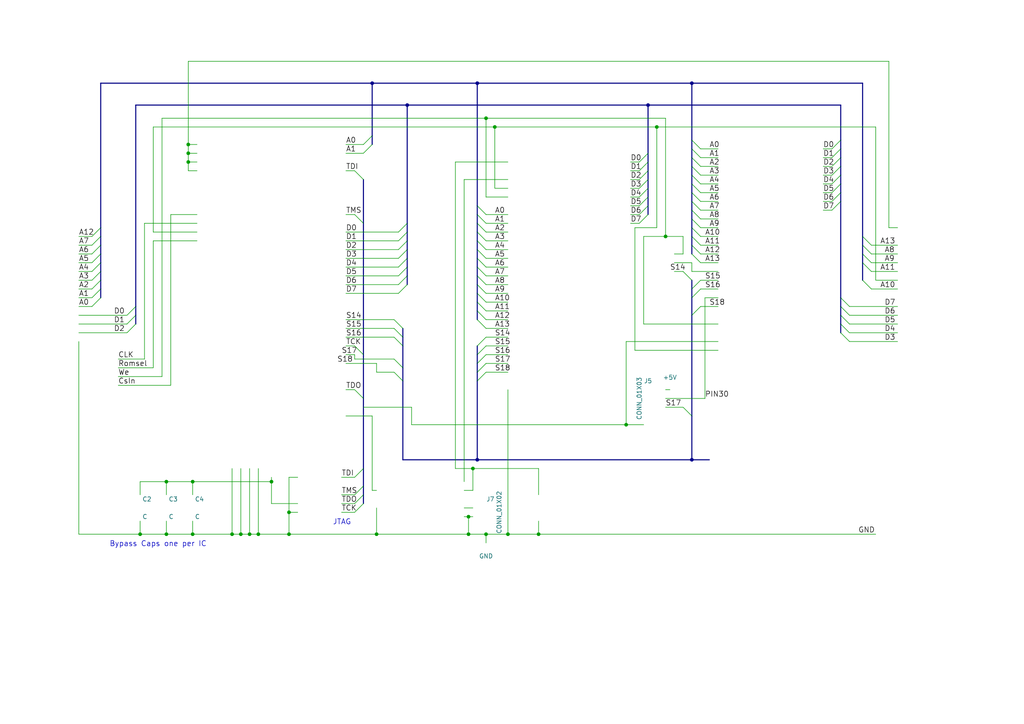
<source format=kicad_sch>
(kicad_sch (version 20230121) (generator eeschema)
  (paper "A4")
  (lib_symbols)
  (junction (at 48.26 139.7))
  (junction (at 74.93 154.94))
  (junction (at 72.39 154.94))
  (junction (at 156.21 154.94))
  (junction (at 181.61 123.19))
  (junction (at 147.32 154.94))
  (junction (at 138.43 133.35))
  (junction (at 190.5 36.83))
  (junction (at 118.11 30.48))
  (junction (at 54.61 46.99))
  (junction (at 69.85 154.94))
  (junction (at 193.04 68.58))
  (junction (at 138.43 24.13))
  (junction (at 83.82 154.94))
  (junction (at 143.51 36.83))
  (junction (at 83.82 148.59))
  (junction (at 54.61 44.45))
  (junction (at 140.97 154.94))
  (junction (at 54.61 41.91))
  (junction (at 67.31 154.94))
  (junction (at 135.89 149.86))
  (junction (at 40.64 154.94))
  (junction (at 78.74 139.7))
  (junction (at 135.89 154.94))
  (junction (at 140.97 34.29))
  (junction (at 55.88 139.7))
  (junction (at 109.22 154.94))
  (junction (at 187.96 30.48))
  (junction (at 200.66 133.35))
  (junction (at 48.26 154.94))
  (junction (at 55.88 154.94))
  (junction (at 200.66 24.13))
  (junction (at 137.16 135.89))
  (junction (at 107.95 24.13))
  (bus_entry (at 138.43 80.01) (size 2.54 2.54))
  (bus_entry (at 138.43 74.93) (size 2.54 2.54))
  (bus_entry (at 138.43 64.77) (size 2.54 2.54))
  (bus_entry (at 115.57 82.55) (size 2.54 -2.54))
  (bus_entry (at 26.67 86.36) (size 2.54 -2.54))
  (bus_entry (at 114.3 97.79) (size 2.54 2.54))
  (bus_entry (at 114.3 104.14) (size 2.54 2.54))
  (bus_entry (at 105.41 41.91) (size 2.54 -2.54))
  (bus_entry (at 200.66 43.18) (size 2.54 2.54))
  (bus_entry (at 102.87 148.59) (size 2.54 -2.54))
  (bus_entry (at 138.43 100.33) (size 2.54 -2.54))
  (bus_entry (at 138.43 69.85) (size 2.54 2.54))
  (bus_entry (at 102.87 143.51) (size 2.54 -2.54))
  (bus_entry (at 138.43 67.31) (size 2.54 2.54))
  (bus_entry (at 26.67 78.74) (size 2.54 -2.54))
  (bus_entry (at 200.66 40.64) (size 2.54 2.54))
  (bus_entry (at 138.43 110.49) (size 2.54 -2.54))
  (bus_entry (at 114.3 107.95) (size 2.54 2.54))
  (bus_entry (at 200.66 50.8) (size 2.54 2.54))
  (bus_entry (at 138.43 102.87) (size 2.54 -2.54))
  (bus_entry (at 26.67 71.12) (size 2.54 -2.54))
  (bus_entry (at 114.3 92.71) (size 2.54 2.54))
  (bus_entry (at 138.43 85.09) (size 2.54 2.54))
  (bus_entry (at 250.19 71.12) (size 2.54 2.54))
  (bus_entry (at 200.66 48.26) (size 2.54 2.54))
  (bus_entry (at 26.67 76.2) (size 2.54 -2.54))
  (bus_entry (at 243.84 91.44) (size 2.54 2.54))
  (bus_entry (at 200.66 86.36) (size 2.54 -2.54))
  (bus_entry (at 250.19 81.28) (size 2.54 2.54))
  (bus_entry (at 250.19 76.2) (size 2.54 2.54))
  (bus_entry (at 102.87 62.23) (size 2.54 2.54))
  (bus_entry (at 26.67 88.9) (size 2.54 -2.54))
  (bus_entry (at 105.41 44.45) (size 2.54 -2.54))
  (bus_entry (at 138.43 59.69) (size 2.54 2.54))
  (bus_entry (at 138.43 77.47) (size 2.54 2.54))
  (bus_entry (at 138.43 72.39) (size 2.54 2.54))
  (bus_entry (at 138.43 105.41) (size 2.54 -2.54))
  (bus_entry (at 185.42 62.23) (size 2.54 -2.54))
  (bus_entry (at 115.57 72.39) (size 2.54 -2.54))
  (bus_entry (at 185.42 46.99) (size 2.54 -2.54))
  (bus_entry (at 241.3 60.96) (size 2.54 -2.54))
  (bus_entry (at 185.42 52.07) (size 2.54 -2.54))
  (bus_entry (at 26.67 73.66) (size 2.54 -2.54))
  (bus_entry (at 36.83 96.52) (size 2.54 -2.54))
  (bus_entry (at 241.3 43.18) (size 2.54 -2.54))
  (bus_entry (at 115.57 74.93) (size 2.54 -2.54))
  (bus_entry (at 138.43 92.71) (size 2.54 2.54))
  (bus_entry (at 138.43 62.23) (size 2.54 2.54))
  (bus_entry (at 102.87 146.05) (size 2.54 -2.54))
  (bus_entry (at 26.67 68.58) (size 2.54 -2.54))
  (bus_entry (at 200.66 73.66) (size 2.54 2.54))
  (bus_entry (at 138.43 82.55) (size 2.54 2.54))
  (bus_entry (at 250.19 73.66) (size 2.54 2.54))
  (bus_entry (at 138.43 90.17) (size 2.54 2.54))
  (bus_entry (at 200.66 60.96) (size 2.54 2.54))
  (bus_entry (at 241.3 55.88) (size 2.54 -2.54))
  (bus_entry (at 26.67 81.28) (size 2.54 -2.54))
  (bus_entry (at 185.42 64.77) (size 2.54 -2.54))
  (bus_entry (at 200.66 58.42) (size 2.54 2.54))
  (bus_entry (at 185.42 54.61) (size 2.54 -2.54))
  (bus_entry (at 200.66 45.72) (size 2.54 2.54))
  (bus_entry (at 36.83 93.98) (size 2.54 -2.54))
  (bus_entry (at 241.3 50.8) (size 2.54 -2.54))
  (bus_entry (at 243.84 96.52) (size 2.54 2.54))
  (bus_entry (at 115.57 69.85) (size 2.54 -2.54))
  (bus_entry (at 243.84 93.98) (size 2.54 2.54))
  (bus_entry (at 243.84 88.9) (size 2.54 2.54))
  (bus_entry (at 200.66 71.12) (size 2.54 2.54))
  (bus_entry (at 185.42 49.53) (size 2.54 -2.54))
  (bus_entry (at 185.42 59.69) (size 2.54 -2.54))
  (bus_entry (at 185.42 57.15) (size 2.54 -2.54))
  (bus_entry (at 250.19 68.58) (size 2.54 2.54))
  (bus_entry (at 115.57 67.31) (size 2.54 -2.54))
  (bus_entry (at 200.66 53.34) (size 2.54 2.54))
  (bus_entry (at 102.87 49.53) (size 2.54 2.54))
  (bus_entry (at 200.66 63.5) (size 2.54 2.54))
  (bus_entry (at 36.83 91.44) (size 2.54 -2.54))
  (bus_entry (at 138.43 87.63) (size 2.54 2.54))
  (bus_entry (at 198.12 78.74) (size 2.54 2.54))
  (bus_entry (at 138.43 107.95) (size 2.54 -2.54))
  (bus_entry (at 241.3 58.42) (size 2.54 -2.54))
  (bus_entry (at 241.3 45.72) (size 2.54 -2.54))
  (bus_entry (at 200.66 91.44) (size 2.54 -2.54))
  (bus_entry (at 114.3 95.25) (size 2.54 2.54))
  (bus_entry (at 115.57 85.09) (size 2.54 -2.54))
  (bus_entry (at 115.57 80.01) (size 2.54 -2.54))
  (bus_entry (at 115.57 77.47) (size 2.54 -2.54))
  (bus_entry (at 102.87 138.43) (size 2.54 -2.54))
  (bus_entry (at 243.84 86.36) (size 2.54 2.54))
  (bus_entry (at 200.66 55.88) (size 2.54 2.54))
  (bus_entry (at 241.3 48.26) (size 2.54 -2.54))
  (bus_entry (at 198.12 118.11) (size 2.54 2.54))
  (bus_entry (at 26.67 83.82) (size 2.54 -2.54))
  (bus_entry (at 102.87 113.03) (size 2.54 2.54))
  (bus_entry (at 102.87 100.33) (size 2.54 2.54))
  (bus_entry (at 200.66 66.04) (size 2.54 2.54))
  (bus_entry (at 241.3 53.34) (size 2.54 -2.54))
  (bus_entry (at 200.66 83.82) (size 2.54 -2.54))
  (bus_entry (at 200.66 68.58) (size 2.54 2.54))
  (bus (pts (xy 187.96 57.15) (xy 187.96 59.69)))
  (bus (pts (xy 107.95 24.13) (xy 107.95 39.37)))
  (wire (pts (xy 74.93 154.94) (xy 83.82 154.94)))
  (bus (pts (xy 138.43 102.87) (xy 138.43 105.41)))
  (wire (pts (xy 119.38 123.19) (xy 181.61 123.19)))
  (wire (pts (xy 147.32 67.31) (xy 140.97 67.31)))
  (wire (pts (xy 147.32 62.23) (xy 140.97 62.23)))
  (wire (pts (xy 241.3 48.26) (xy 238.76 48.26)))
  (wire (pts (xy 185.42 46.99) (xy 182.88 46.99)))
  (bus (pts (xy 200.66 120.65) (xy 200.66 133.35)))
  (bus (pts (xy 250.19 71.12) (xy 250.19 73.66)))
  (bus (pts (xy 118.11 72.39) (xy 118.11 74.93)))
  (bus (pts (xy 29.21 66.04) (xy 29.21 68.58)))
  (wire (pts (xy 246.38 91.44) (xy 260.35 91.44)))
  (bus (pts (xy 118.11 74.93) (xy 118.11 77.47)))
  (bus (pts (xy 105.41 143.51) (xy 105.41 146.05)))
  (wire (pts (xy 55.88 139.7) (xy 55.88 143.51)))
  (wire (pts (xy 181.61 99.06) (xy 208.28 99.06)))
  (wire (pts (xy 208.28 76.2) (xy 203.2 76.2)))
  (wire (pts (xy 115.57 72.39) (xy 100.33 72.39)))
  (wire (pts (xy 184.15 101.6) (xy 208.28 101.6)))
  (wire (pts (xy 102.87 148.59) (xy 99.06 148.59)))
  (wire (pts (xy 40.64 154.94) (xy 48.26 154.94)))
  (wire (pts (xy 143.51 36.83) (xy 143.51 54.61)))
  (bus (pts (xy 200.66 24.13) (xy 200.66 40.64)))
  (wire (pts (xy 185.42 52.07) (xy 182.88 52.07)))
  (wire (pts (xy 147.32 100.33) (xy 140.97 100.33)))
  (bus (pts (xy 138.43 72.39) (xy 138.43 74.93)))
  (wire (pts (xy 156.21 135.89) (xy 156.21 143.51)))
  (wire (pts (xy 203.2 63.5) (xy 208.28 63.5)))
  (wire (pts (xy 185.42 49.53) (xy 182.88 49.53)))
  (wire (pts (xy 67.31 154.94) (xy 69.85 154.94)))
  (wire (pts (xy 147.32 82.55) (xy 140.97 82.55)))
  (wire (pts (xy 100.33 97.79) (xy 114.3 97.79)))
  (wire (pts (xy 102.87 104.14) (xy 102.87 102.87)))
  (wire (pts (xy 83.82 138.43) (xy 83.82 148.59)))
  (wire (pts (xy 241.3 45.72) (xy 238.76 45.72)))
  (wire (pts (xy 260.35 66.04) (xy 257.81 66.04)))
  (bus (pts (xy 187.96 46.99) (xy 187.96 49.53)))
  (bus (pts (xy 107.95 24.13) (xy 138.43 24.13)))
  (wire (pts (xy 48.26 139.7) (xy 48.26 143.51)))
  (bus (pts (xy 187.96 59.69) (xy 187.96 62.23)))
  (bus (pts (xy 200.66 48.26) (xy 200.66 50.8)))
  (wire (pts (xy 102.87 104.14) (xy 114.3 104.14)))
  (bus (pts (xy 243.84 53.34) (xy 243.84 55.88)))
  (wire (pts (xy 208.28 71.12) (xy 203.2 71.12)))
  (bus (pts (xy 118.11 69.85) (xy 118.11 72.39)))
  (wire (pts (xy 22.86 99.06) (xy 22.86 154.94)))
  (wire (pts (xy 74.93 135.89) (xy 74.93 154.94)))
  (wire (pts (xy 102.87 143.51) (xy 99.06 143.51)))
  (wire (pts (xy 185.42 62.23) (xy 182.88 62.23)))
  (wire (pts (xy 260.35 71.12) (xy 252.73 71.12)))
  (wire (pts (xy 109.22 107.95) (xy 114.3 107.95)))
  (wire (pts (xy 241.3 53.34) (xy 238.76 53.34)))
  (wire (pts (xy 119.38 118.11) (xy 105.41 118.11)))
  (bus (pts (xy 105.41 102.87) (xy 105.41 115.57)))
  (wire (pts (xy 185.42 54.61) (xy 182.88 54.61)))
  (wire (pts (xy 134.62 52.07) (xy 134.62 139.7)))
  (wire (pts (xy 147.32 77.47) (xy 140.97 77.47)))
  (wire (pts (xy 185.42 59.69) (xy 182.88 59.69)))
  (bus (pts (xy 200.66 83.82) (xy 200.66 86.36)))
  (bus (pts (xy 200.66 71.12) (xy 200.66 73.66)))
  (wire (pts (xy 200.66 78.74) (xy 208.28 78.74)))
  (wire (pts (xy 193.04 34.29) (xy 193.04 68.58)))
  (wire (pts (xy 198.12 78.74) (xy 195.58 78.74)))
  (wire (pts (xy 100.33 105.41) (xy 109.22 105.41)))
  (wire (pts (xy 115.57 85.09) (xy 100.33 85.09)))
  (wire (pts (xy 55.88 154.94) (xy 67.31 154.94)))
  (wire (pts (xy 26.67 73.66) (xy 22.86 73.66)))
  (bus (pts (xy 243.84 48.26) (xy 243.84 50.8)))
  (wire (pts (xy 44.45 36.83) (xy 143.51 36.83)))
  (wire (pts (xy 48.26 139.7) (xy 55.88 139.7)))
  (wire (pts (xy 208.28 50.8) (xy 203.2 50.8)))
  (wire (pts (xy 140.97 154.94) (xy 147.32 154.94)))
  (bus (pts (xy 243.84 93.98) (xy 243.84 96.52)))
  (wire (pts (xy 115.57 69.85) (xy 100.33 69.85)))
  (wire (pts (xy 48.26 151.13) (xy 48.26 154.94)))
  (wire (pts (xy 181.61 123.19) (xy 186.69 123.19)))
  (wire (pts (xy 147.32 92.71) (xy 140.97 92.71)))
  (bus (pts (xy 118.11 80.01) (xy 118.11 82.55)))
  (bus (pts (xy 29.21 78.74) (xy 29.21 81.28)))
  (wire (pts (xy 40.64 151.13) (xy 40.64 154.94)))
  (wire (pts (xy 260.35 81.28) (xy 254 81.28)))
  (bus (pts (xy 116.84 100.33) (xy 116.84 106.68)))
  (wire (pts (xy 109.22 147.32) (xy 109.22 154.94)))
  (bus (pts (xy 200.66 43.18) (xy 200.66 45.72)))
  (wire (pts (xy 78.74 139.7) (xy 78.74 146.05)))
  (bus (pts (xy 243.84 88.9) (xy 243.84 91.44)))
  (wire (pts (xy 26.67 81.28) (xy 22.86 81.28)))
  (wire (pts (xy 105.41 41.91) (xy 100.33 41.91)))
  (wire (pts (xy 134.62 149.86) (xy 135.89 149.86)))
  (wire (pts (xy 208.28 83.82) (xy 203.2 83.82)))
  (wire (pts (xy 26.67 68.58) (xy 22.86 68.58)))
  (wire (pts (xy 184.15 101.6) (xy 184.15 66.04)))
  (wire (pts (xy 55.88 151.13) (xy 55.88 154.94)))
  (wire (pts (xy 241.3 43.18) (xy 238.76 43.18)))
  (wire (pts (xy 208.28 53.34) (xy 203.2 53.34)))
  (wire (pts (xy 198.12 73.66) (xy 198.12 68.58)))
  (bus (pts (xy 29.21 24.13) (xy 29.21 66.04)))
  (bus (pts (xy 118.11 77.47) (xy 118.11 80.01)))
  (bus (pts (xy 200.66 60.96) (xy 200.66 63.5)))
  (bus (pts (xy 39.37 30.48) (xy 39.37 88.9)))
  (bus (pts (xy 138.43 110.49) (xy 138.43 133.35)))
  (bus (pts (xy 187.96 30.48) (xy 243.84 30.48)))
  (wire (pts (xy 147.32 85.09) (xy 140.97 85.09)))
  (wire (pts (xy 102.87 102.87) (xy 100.33 102.87)))
  (wire (pts (xy 194.31 113.03) (xy 193.04 113.03)))
  (wire (pts (xy 186.69 93.98) (xy 208.28 93.98)))
  (wire (pts (xy 260.35 78.74) (xy 252.73 78.74)))
  (wire (pts (xy 260.35 83.82) (xy 252.73 83.82)))
  (bus (pts (xy 118.11 30.48) (xy 118.11 64.77)))
  (wire (pts (xy 260.35 76.2) (xy 252.73 76.2)))
  (bus (pts (xy 138.43 24.13) (xy 200.66 24.13)))
  (wire (pts (xy 181.61 123.19) (xy 181.61 99.06)))
  (wire (pts (xy 186.69 68.58) (xy 193.04 68.58)))
  (wire (pts (xy 102.87 113.03) (xy 100.33 113.03)))
  (bus (pts (xy 138.43 87.63) (xy 138.43 90.17)))
  (wire (pts (xy 100.33 92.71) (xy 114.3 92.71)))
  (bus (pts (xy 105.41 140.97) (xy 105.41 143.51)))
  (wire (pts (xy 147.32 97.79) (xy 140.97 97.79)))
  (wire (pts (xy 83.82 148.59) (xy 83.82 154.94)))
  (wire (pts (xy 115.57 77.47) (xy 100.33 77.47)))
  (wire (pts (xy 102.87 138.43) (xy 99.06 138.43)))
  (bus (pts (xy 200.66 91.44) (xy 200.66 120.65)))
  (wire (pts (xy 147.32 102.87) (xy 140.97 102.87)))
  (bus (pts (xy 105.41 135.89) (xy 105.41 140.97)))
  (wire (pts (xy 40.64 139.7) (xy 40.64 143.51)))
  (wire (pts (xy 140.97 34.29) (xy 193.04 34.29)))
  (wire (pts (xy 36.83 93.98) (xy 22.86 93.98)))
  (wire (pts (xy 132.08 46.99) (xy 132.08 135.89)))
  (wire (pts (xy 147.32 52.07) (xy 134.62 52.07)))
  (wire (pts (xy 208.28 60.96) (xy 203.2 60.96)))
  (wire (pts (xy 184.15 66.04) (xy 190.5 66.04)))
  (bus (pts (xy 200.66 40.64) (xy 200.66 43.18)))
  (bus (pts (xy 200.66 58.42) (xy 200.66 60.96)))
  (bus (pts (xy 138.43 133.35) (xy 200.66 133.35)))
  (wire (pts (xy 195.58 73.66) (xy 198.12 73.66)))
  (wire (pts (xy 140.97 157.48) (xy 140.97 154.94)))
  (wire (pts (xy 44.45 67.31) (xy 57.15 67.31)))
  (wire (pts (xy 54.61 46.99) (xy 54.61 49.53)))
  (bus (pts (xy 138.43 77.47) (xy 138.43 80.01)))
  (wire (pts (xy 72.39 135.89) (xy 72.39 154.94)))
  (bus (pts (xy 138.43 82.55) (xy 138.43 85.09)))
  (bus (pts (xy 118.11 67.31) (xy 118.11 69.85)))
  (wire (pts (xy 115.57 80.01) (xy 100.33 80.01)))
  (wire (pts (xy 115.57 67.31) (xy 100.33 67.31)))
  (wire (pts (xy 241.3 55.88) (xy 238.76 55.88)))
  (bus (pts (xy 200.66 86.36) (xy 200.66 91.44)))
  (wire (pts (xy 147.32 57.15) (xy 140.97 57.15)))
  (bus (pts (xy 105.41 64.77) (xy 105.41 102.87)))
  (wire (pts (xy 44.45 69.85) (xy 57.15 69.85)))
  (bus (pts (xy 39.37 88.9) (xy 39.37 91.44)))
  (wire (pts (xy 185.42 64.77) (xy 182.88 64.77)))
  (bus (pts (xy 138.43 100.33) (xy 138.43 102.87)))
  (wire (pts (xy 135.89 149.86) (xy 137.16 149.86)))
  (bus (pts (xy 200.66 133.35) (xy 205.74 133.35)))
  (wire (pts (xy 246.38 93.98) (xy 260.35 93.98)))
  (bus (pts (xy 138.43 64.77) (xy 138.43 67.31)))
  (wire (pts (xy 135.89 154.94) (xy 140.97 154.94)))
  (wire (pts (xy 26.67 86.36) (xy 22.86 86.36)))
  (wire (pts (xy 195.58 76.2) (xy 200.66 76.2)))
  (wire (pts (xy 72.39 154.94) (xy 74.93 154.94)))
  (wire (pts (xy 147.32 113.03) (xy 147.32 154.94)))
  (bus (pts (xy 105.41 115.57) (xy 105.41 135.89)))
  (wire (pts (xy 147.32 107.95) (xy 140.97 107.95)))
  (bus (pts (xy 187.96 49.53) (xy 187.96 52.07)))
  (wire (pts (xy 26.67 76.2) (xy 22.86 76.2)))
  (bus (pts (xy 187.96 54.61) (xy 187.96 57.15)))
  (wire (pts (xy 41.91 104.14) (xy 34.29 104.14)))
  (wire (pts (xy 102.87 49.53) (xy 100.33 49.53)))
  (wire (pts (xy 147.32 87.63) (xy 140.97 87.63)))
  (wire (pts (xy 49.53 111.76) (xy 34.29 111.76)))
  (bus (pts (xy 118.11 64.77) (xy 118.11 67.31)))
  (wire (pts (xy 22.86 154.94) (xy 40.64 154.94)))
  (wire (pts (xy 49.53 111.76) (xy 49.53 62.23)))
  (wire (pts (xy 137.16 147.32) (xy 134.62 147.32)))
  (bus (pts (xy 116.84 97.79) (xy 116.84 100.33)))
  (wire (pts (xy 208.28 66.04) (xy 203.2 66.04)))
  (wire (pts (xy 100.33 120.65) (xy 107.95 120.65)))
  (wire (pts (xy 208.28 48.26) (xy 203.2 48.26)))
  (bus (pts (xy 116.84 133.35) (xy 138.43 133.35)))
  (bus (pts (xy 200.66 68.58) (xy 200.66 71.12)))
  (wire (pts (xy 115.57 74.93) (xy 100.33 74.93)))
  (bus (pts (xy 243.84 50.8) (xy 243.84 53.34)))
  (wire (pts (xy 140.97 57.15) (xy 140.97 34.29)))
  (wire (pts (xy 147.32 69.85) (xy 140.97 69.85)))
  (wire (pts (xy 34.29 109.22) (xy 46.99 109.22)))
  (bus (pts (xy 138.43 24.13) (xy 138.43 59.69)))
  (wire (pts (xy 208.28 58.42) (xy 203.2 58.42)))
  (bus (pts (xy 200.66 66.04) (xy 200.66 68.58)))
  (wire (pts (xy 208.28 88.9) (xy 203.2 88.9)))
  (wire (pts (xy 208.28 55.88) (xy 203.2 55.88)))
  (wire (pts (xy 107.95 142.24) (xy 109.22 142.24)))
  (bus (pts (xy 138.43 74.93) (xy 138.43 77.47)))
  (bus (pts (xy 138.43 67.31) (xy 138.43 69.85)))
  (wire (pts (xy 86.36 138.43) (xy 83.82 138.43)))
  (wire (pts (xy 147.32 74.93) (xy 140.97 74.93)))
  (bus (pts (xy 116.84 106.68) (xy 116.84 110.49)))
  (wire (pts (xy 190.5 36.83) (xy 254 36.83)))
  (bus (pts (xy 243.84 43.18) (xy 243.84 45.72)))
  (wire (pts (xy 134.62 142.24) (xy 137.16 142.24)))
  (wire (pts (xy 57.15 64.77) (xy 41.91 64.77)))
  (bus (pts (xy 200.66 63.5) (xy 200.66 66.04)))
  (wire (pts (xy 132.08 135.89) (xy 137.16 135.89)))
  (wire (pts (xy 208.28 73.66) (xy 203.2 73.66)))
  (wire (pts (xy 185.42 57.15) (xy 182.88 57.15)))
  (wire (pts (xy 147.32 154.94) (xy 156.21 154.94)))
  (wire (pts (xy 203.2 45.72) (xy 208.28 45.72)))
  (wire (pts (xy 241.3 58.42) (xy 238.76 58.42)))
  (wire (pts (xy 156.21 154.94) (xy 254 154.94)))
  (wire (pts (xy 54.61 44.45) (xy 54.61 46.99)))
  (bus (pts (xy 29.21 71.12) (xy 29.21 73.66)))
  (wire (pts (xy 78.74 138.43) (xy 78.74 139.7)))
  (wire (pts (xy 241.3 60.96) (xy 238.76 60.96)))
  (wire (pts (xy 246.38 99.06) (xy 260.35 99.06)))
  (wire (pts (xy 54.61 41.91) (xy 54.61 44.45)))
  (wire (pts (xy 40.64 139.7) (xy 48.26 139.7)))
  (bus (pts (xy 138.43 105.41) (xy 138.43 107.95)))
  (bus (pts (xy 250.19 76.2) (xy 250.19 81.28)))
  (wire (pts (xy 193.04 68.58) (xy 198.12 68.58)))
  (wire (pts (xy 26.67 88.9) (xy 22.86 88.9)))
  (wire (pts (xy 246.38 96.52) (xy 260.35 96.52)))
  (wire (pts (xy 57.15 46.99) (xy 54.61 46.99)))
  (bus (pts (xy 243.84 30.48) (xy 243.84 40.64)))
  (wire (pts (xy 260.35 73.66) (xy 252.73 73.66)))
  (wire (pts (xy 190.5 66.04) (xy 190.5 36.83)))
  (wire (pts (xy 105.41 44.45) (xy 100.33 44.45)))
  (wire (pts (xy 257.81 66.04) (xy 257.81 17.78)))
  (wire (pts (xy 57.15 44.45) (xy 54.61 44.45)))
  (bus (pts (xy 200.66 81.28) (xy 200.66 83.82)))
  (wire (pts (xy 203.2 43.18) (xy 208.28 43.18)))
  (wire (pts (xy 107.95 120.65) (xy 107.95 142.24)))
  (bus (pts (xy 187.96 44.45) (xy 187.96 46.99)))
  (wire (pts (xy 147.32 64.77) (xy 140.97 64.77)))
  (wire (pts (xy 46.99 34.29) (xy 140.97 34.29)))
  (wire (pts (xy 147.32 105.41) (xy 140.97 105.41)))
  (wire (pts (xy 143.51 36.83) (xy 190.5 36.83)))
  (wire (pts (xy 254 81.28) (xy 254 36.83)))
  (wire (pts (xy 204.47 115.57) (xy 193.04 115.57)))
  (wire (pts (xy 208.28 81.28) (xy 203.2 81.28)))
  (wire (pts (xy 54.61 49.53) (xy 57.15 49.53)))
  (bus (pts (xy 200.66 55.88) (xy 200.66 58.42)))
  (bus (pts (xy 29.21 68.58) (xy 29.21 71.12)))
  (wire (pts (xy 26.67 71.12) (xy 22.86 71.12)))
  (bus (pts (xy 187.96 52.07) (xy 187.96 54.61)))
  (bus (pts (xy 138.43 90.17) (xy 138.43 92.71)))
  (wire (pts (xy 200.66 76.2) (xy 200.66 78.74)))
  (wire (pts (xy 137.16 135.89) (xy 156.21 135.89)))
  (wire (pts (xy 78.74 146.05) (xy 86.36 146.05)))
  (bus (pts (xy 243.84 45.72) (xy 243.84 48.26)))
  (bus (pts (xy 243.84 55.88) (xy 243.84 58.42)))
  (wire (pts (xy 86.36 148.59) (xy 83.82 148.59)))
  (wire (pts (xy 109.22 105.41) (xy 109.22 107.95)))
  (wire (pts (xy 241.3 50.8) (xy 238.76 50.8)))
  (bus (pts (xy 250.19 68.58) (xy 250.19 71.12)))
  (bus (pts (xy 29.21 76.2) (xy 29.21 78.74)))
  (wire (pts (xy 102.87 100.33) (xy 100.33 100.33)))
  (wire (pts (xy 119.38 123.19) (xy 119.38 118.11)))
  (wire (pts (xy 147.32 95.25) (xy 140.97 95.25)))
  (wire (pts (xy 156.21 151.13) (xy 156.21 154.94)))
  (bus (pts (xy 243.84 86.36) (xy 243.84 88.9)))
  (wire (pts (xy 41.91 64.77) (xy 41.91 104.14)))
  (wire (pts (xy 102.87 62.23) (xy 100.33 62.23)))
  (wire (pts (xy 132.08 46.99) (xy 147.32 46.99)))
  (wire (pts (xy 109.22 154.94) (xy 135.89 154.94)))
  (bus (pts (xy 243.84 91.44) (xy 243.84 93.98)))
  (bus (pts (xy 200.66 50.8) (xy 200.66 53.34)))
  (bus (pts (xy 138.43 80.01) (xy 138.43 82.55)))
  (bus (pts (xy 243.84 58.42) (xy 243.84 86.36)))
  (bus (pts (xy 29.21 73.66) (xy 29.21 76.2)))
  (bus (pts (xy 138.43 85.09) (xy 138.43 87.63)))
  (wire (pts (xy 57.15 41.91) (xy 54.61 41.91)))
  (bus (pts (xy 107.95 39.37) (xy 107.95 41.91)))
  (wire (pts (xy 208.28 86.36) (xy 204.47 86.36)))
  (wire (pts (xy 26.67 83.82) (xy 22.86 83.82)))
  (wire (pts (xy 44.45 106.68) (xy 44.45 69.85)))
  (wire (pts (xy 100.33 95.25) (xy 114.3 95.25)))
  (wire (pts (xy 83.82 154.94) (xy 109.22 154.94)))
  (wire (pts (xy 135.89 154.94) (xy 135.89 149.86)))
  (bus (pts (xy 138.43 107.95) (xy 138.43 110.49)))
  (wire (pts (xy 147.32 90.17) (xy 140.97 90.17)))
  (wire (pts (xy 143.51 54.61) (xy 147.32 54.61)))
  (bus (pts (xy 39.37 30.48) (xy 118.11 30.48)))
  (wire (pts (xy 46.99 109.22) (xy 46.99 34.29)))
  (bus (pts (xy 118.11 30.48) (xy 187.96 30.48)))
  (wire (pts (xy 36.83 96.52) (xy 22.86 96.52)))
  (wire (pts (xy 69.85 135.89) (xy 69.85 154.94)))
  (wire (pts (xy 36.83 91.44) (xy 22.86 91.44)))
  (bus (pts (xy 105.41 52.07) (xy 105.41 64.77)))
  (wire (pts (xy 67.31 135.89) (xy 67.31 154.94)))
  (bus (pts (xy 29.21 24.13) (xy 107.95 24.13)))
  (wire (pts (xy 208.28 68.58) (xy 203.2 68.58)))
  (wire (pts (xy 44.45 36.83) (xy 44.45 67.31)))
  (wire (pts (xy 48.26 154.94) (xy 55.88 154.94)))
  (bus (pts (xy 200.66 45.72) (xy 200.66 48.26)))
  (wire (pts (xy 198.12 118.11) (xy 193.04 118.11)))
  (wire (pts (xy 137.16 142.24) (xy 137.16 135.89)))
  (bus (pts (xy 250.19 24.13) (xy 250.19 68.58)))
  (bus (pts (xy 29.21 81.28) (xy 29.21 83.82)))
  (wire (pts (xy 147.32 80.01) (xy 140.97 80.01)))
  (bus (pts (xy 116.84 95.25) (xy 116.84 97.79)))
  (wire (pts (xy 204.47 86.36) (xy 204.47 115.57)))
  (bus (pts (xy 138.43 62.23) (xy 138.43 64.77)))
  (bus (pts (xy 200.66 53.34) (xy 200.66 55.88)))
  (bus (pts (xy 138.43 69.85) (xy 138.43 72.39)))
  (bus (pts (xy 187.96 30.48) (xy 187.96 44.45)))
  (wire (pts (xy 69.85 154.94) (xy 72.39 154.94)))
  (bus (pts (xy 243.84 40.64) (xy 243.84 43.18)))
  (wire (pts (xy 55.88 139.7) (xy 78.74 139.7)))
  (wire (pts (xy 147.32 72.39) (xy 140.97 72.39)))
  (wire (pts (xy 49.53 62.23) (xy 57.15 62.23)))
  (wire (pts (xy 186.69 93.98) (xy 186.69 68.58)))
  (bus (pts (xy 116.84 110.49) (xy 116.84 133.35)))
  (wire (pts (xy 102.87 146.05) (xy 99.06 146.05)))
  (wire (pts (xy 54.61 17.78) (xy 54.61 41.91)))
  (wire (pts (xy 44.45 106.68) (xy 34.29 106.68)))
  (wire (pts (xy 246.38 88.9) (xy 260.35 88.9)))
  (wire (pts (xy 115.57 82.55) (xy 100.33 82.55)))
  (wire (pts (xy 54.61 17.78) (xy 257.81 17.78)))
  (bus (pts (xy 29.21 83.82) (xy 29.21 86.36)))
  (bus (pts (xy 138.43 59.69) (xy 138.43 62.23)))
  (bus (pts (xy 39.37 91.44) (xy 39.37 93.98)))
  (bus (pts (xy 200.66 24.13) (xy 250.19 24.13)))
  (wire (pts (xy 26.67 78.74) (xy 22.86 78.74)))
  (bus (pts (xy 250.19 73.66) (xy 250.19 76.2)))
  (text "Bypass Caps one per IC" (at 31.75 158.75 0) (effects (font (size 1.524 1.524)) (justify left bottom)))
  (text "JTAG" (at 96.52 152.4 0) (effects (font (size 1.524 1.524)) (justify left bottom)))
  (label "A8" (at 143.51 82.55 0) (effects (font (size 1.524 1.524))))
  (label "D1" (at 182.88 49.53 0) (effects (font (size 1.524 1.524))))
  (label "A2" (at 143.51 67.31 0) (effects (font (size 1.524 1.524))))
  (label "A3" (at 205.74 50.8 0) (effects (font (size 1.524 1.524))))
  (label "D0" (at 182.88 46.99 0) (effects (font (size 1.524 1.524))))
  (label "A9" (at 143.51 85.09 0) (effects (font (size 1.524 1.524))))
  (label "PIN30" (at 204.47 115.57 0) (effects (font (size 1.524 1.524))))
  (label "A8" (at 256.54 73.66 0) (effects (font (size 1.524 1.524))))
  (label "D4" (at 182.88 57.15 0) (effects (font (size 1.524 1.524))))
  (label "A4" (at 22.86 78.74 0) (effects (font (size 1.524 1.524))))
  (label "D0" (at 238.76 43.18 0) (effects (font (size 1.524 1.524))))
  (label "S18" (at 205.74 88.9 0) (effects (font (size 1.524 1.524))))
  (label "S14" (at 143.51 97.79 0) (effects (font (size 1.524 1.524))))
  (label "D4" (at 238.76 53.34 0) (effects (font (size 1.524 1.524))))
  (label "A6" (at 205.74 58.42 0) (effects (font (size 1.524 1.524))))
  (label "D2" (at 33.02 96.52 0) (effects (font (size 1.524 1.524))))
  (label "A11" (at 143.51 90.17 0) (effects (font (size 1.524 1.524))))
  (label "A8" (at 205.74 63.5 0) (effects (font (size 1.524 1.524))))
  (label "D5" (at 182.88 59.69 0) (effects (font (size 1.524 1.524))))
  (label "A12" (at 22.86 68.58 0) (effects (font (size 1.524 1.524))))
  (label "A7" (at 143.51 80.01 0) (effects (font (size 1.524 1.524))))
  (label "TCK" (at 100.33 100.33 0) (effects (font (size 1.524 1.524))))
  (label "TDI" (at 100.33 49.53 0) (effects (font (size 1.524 1.524))))
  (label "CsIn" (at 34.29 111.76 0) (effects (font (size 1.524 1.524))))
  (label "A1" (at 22.86 86.36 0) (effects (font (size 1.524 1.524))))
  (label "D3" (at 100.33 74.93 0) (effects (font (size 1.524 1.524))))
  (label "S14" (at 194.31 78.74 0) (effects (font (size 1.524 1.524))))
  (label "CLK" (at 34.29 104.14 0) (effects (font (size 1.524 1.524))))
  (label "S16" (at 100.33 97.79 0) (effects (font (size 1.524 1.524))))
  (label "A5" (at 22.86 76.2 0) (effects (font (size 1.524 1.524))))
  (label "A4" (at 205.74 53.34 0) (effects (font (size 1.524 1.524))))
  (label "D4" (at 256.54 96.52 0) (effects (font (size 1.524 1.524))))
  (label "A10" (at 204.47 68.58 0) (effects (font (size 1.524 1.524))))
  (label "D5" (at 238.76 55.88 0) (effects (font (size 1.524 1.524))))
  (label "D6" (at 238.76 58.42 0) (effects (font (size 1.524 1.524))))
  (label "S17" (at 99.06 102.87 0) (effects (font (size 1.524 1.524))))
  (label "D4" (at 100.33 77.47 0) (effects (font (size 1.524 1.524))))
  (label "Romsel" (at 34.29 106.68 0) (effects (font (size 1.524 1.524))))
  (label "A0" (at 22.86 88.9 0) (effects (font (size 1.524 1.524))))
  (label "S14" (at 100.33 92.71 0) (effects (font (size 1.524 1.524))))
  (label "TDO" (at 100.33 113.03 0) (effects (font (size 1.524 1.524))))
  (label "A0" (at 205.74 43.18 0) (effects (font (size 1.524 1.524))))
  (label "A10" (at 255.27 83.82 0) (effects (font (size 1.524 1.524))))
  (label "D2" (at 238.76 48.26 0) (effects (font (size 1.524 1.524))))
  (label "A5" (at 205.74 55.88 0) (effects (font (size 1.524 1.524))))
  (label "A11" (at 204.47 71.12 0) (effects (font (size 1.524 1.524))))
  (label "D3" (at 182.88 54.61 0) (effects (font (size 1.524 1.524))))
  (label "S15" (at 204.47 81.28 0) (effects (font (size 1.524 1.524))))
  (label "S15" (at 100.33 95.25 0) (effects (font (size 1.524 1.524))))
  (label "D6" (at 182.88 62.23 0) (effects (font (size 1.524 1.524))))
  (label "A12" (at 204.47 73.66 0) (effects (font (size 1.524 1.524))))
  (label "TDI" (at 99.06 138.43 0) (effects (font (size 1.524 1.524))))
  (label "D0" (at 100.33 67.31 0) (effects (font (size 1.524 1.524))))
  (label "D5" (at 256.54 93.98 0) (effects (font (size 1.524 1.524))))
  (label "A7" (at 22.86 71.12 0) (effects (font (size 1.524 1.524))))
  (label "S15" (at 143.51 100.33 0) (effects (font (size 1.524 1.524))))
  (label "S16" (at 204.47 83.82 0) (effects (font (size 1.524 1.524))))
  (label "S18" (at 143.51 107.95 0) (effects (font (size 1.524 1.524))))
  (label "TMS" (at 100.33 62.23 0) (effects (font (size 1.524 1.524))))
  (label "A2" (at 205.74 48.26 0) (effects (font (size 1.524 1.524))))
  (label "A12" (at 143.51 92.71 0) (effects (font (size 1.524 1.524))))
  (label "D2" (at 100.33 72.39 0) (effects (font (size 1.524 1.524))))
  (label "A3" (at 143.51 69.85 0) (effects (font (size 1.524 1.524))))
  (label "A6" (at 143.51 77.47 0) (effects (font (size 1.524 1.524))))
  (label "A9" (at 256.54 76.2 0) (effects (font (size 1.524 1.524))))
  (label "TCK" (at 99.06 148.59 0) (effects (font (size 1.524 1.524))))
  (label "A13" (at 143.51 95.25 0) (effects (font (size 1.524 1.524))))
  (label "We" (at 34.29 109.22 0) (effects (font (size 1.524 1.524))))
  (label "D6" (at 256.54 91.44 0) (effects (font (size 1.524 1.524))))
  (label "D1" (at 100.33 69.85 0) (effects (font (size 1.524 1.524))))
  (label "A0" (at 100.33 41.91 0) (effects (font (size 1.524 1.524))))
  (label "S17" (at 143.51 105.41 0) (effects (font (size 1.524 1.524))))
  (label "D2" (at 182.88 52.07 0) (effects (font (size 1.524 1.524))))
  (label "S16" (at 143.51 102.87 0) (effects (font (size 1.524 1.524))))
  (label "A11" (at 255.27 78.74 0) (effects (font (size 1.524 1.524))))
  (label "GND" (at 248.92 154.94 0) (effects (font (size 1.524 1.524))))
  (label "D5" (at 100.33 80.01 0) (effects (font (size 1.524 1.524))))
  (label "A9" (at 205.74 66.04 0) (effects (font (size 1.524 1.524))))
  (label "D7" (at 182.88 64.77 0) (effects (font (size 1.524 1.524))))
  (label "A5" (at 143.51 74.93 0) (effects (font (size 1.524 1.524))))
  (label "D7" (at 238.76 60.96 0) (effects (font (size 1.524 1.524))))
  (label "D3" (at 238.76 50.8 0) (effects (font (size 1.524 1.524))))
  (label "D1" (at 33.02 93.98 0) (effects (font (size 1.524 1.524))))
  (label "A1" (at 205.74 45.72 0) (effects (font (size 1.524 1.524))))
  (label "D7" (at 256.54 88.9 0) (effects (font (size 1.524 1.524))))
  (label "S17" (at 193.04 118.11 0) (effects (font (size 1.524 1.524))))
  (label "D1" (at 238.76 45.72 0) (effects (font (size 1.524 1.524))))
  (label "A4" (at 143.51 72.39 0) (effects (font (size 1.524 1.524))))
  (label "A13" (at 255.27 71.12 0) (effects (font (size 1.524 1.524))))
  (label "D6" (at 100.33 82.55 0) (effects (font (size 1.524 1.524))))
  (label "A10" (at 143.51 87.63 0) (effects (font (size 1.524 1.524))))
  (label "S18" (at 97.79 105.41 0) (effects (font (size 1.524 1.524))))
  (label "A3" (at 22.86 81.28 0) (effects (font (size 1.524 1.524))))
  (label "A6" (at 22.86 73.66 0) (effects (font (size 1.524 1.524))))
  (label "D3" (at 256.54 99.06 0) (effects (font (size 1.524 1.524))))
  (label "D7" (at 100.33 85.09 0) (effects (font (size 1.524 1.524))))
  (label "TDO" (at 99.06 146.05 0) (effects (font (size 1.524 1.524))))
  (label "A0" (at 143.51 62.23 0) (effects (font (size 1.524 1.524))))
  (label "A1" (at 100.33 44.45 0) (effects (font (size 1.524 1.524))))
  (label "A7" (at 205.74 60.96 0) (effects (font (size 1.524 1.524))))
  (label "TMS" (at 99.06 143.51 0) (effects (font (size 1.524 1.524))))
  (label "A2" (at 22.86 83.82 0) (effects (font (size 1.524 1.524))))
  (label "D0" (at 33.02 91.44 0) (effects (font (size 1.524 1.524))))
  (label "A13" (at 204.47 76.2 0) (effects (font (size 1.524 1.524))))
  (label "A1" (at 143.51 64.77 0) (effects (font (size 1.524 1.524))))
  (symbol (lib_id "SST39SF040") (at 223.52 73.66 0) (unit 1)
    (property "Reference" "U2" (at 223.52 40.64 0))
    (property "Value" "SST39SF040" (at 223.52 104.14 0))
    (property "Footprint" "Housings_DIP:DIP-32_W15.24mm_LongPads" (effects hide))
  )
  (symbol (lib_id "AS6C4008-55SIN") (at 165.1 77.47 0) (unit 1)
    (property "Reference" "U1" (at 163.83 40.64 0) (effects (justify left)))
    (property "Value" "AS6C4008-55SIN" (at 157.48 119.38 0) (effects (justify left)))
    (property "Footprint" "Housings_DIP:DIP-32_W15.24mm_LongPads" (effects hide))
    (property "Datasheet" "3.22 USD" (effects hide))
    (property "MF" "Alliance Semiconductor" (effects hide))
    (property "Package" "SOP-32 Alliance Semiconductor" (effects hide))
    (property "Description" "SRAM 512Kx8 55ns SOP32 RoHSconf" (effects hide))
    (property "Availability" "Warning" (effects hide))
    (property "MP" "AS6C4008-55SIN" (effects hide))
  )
  (symbol (lib_id "CONN_01X14") (at 17.78 82.55 0) (mirror y) (unit 1)
    (property "Reference" "J1" (at 17.78 63.5 0))
    (property "Value" "CONN_01X14" (at 15.24 82.55 90))
    (property "Footprint" "Pin_Headers:Pin_Header_Straight_1x14_Pitch2.54mm" (effects hide))
  )
  (symbol (lib_id "CONN_01X14") (at 265.43 82.55 0) (unit 1)
    (property "Reference" "J6" (at 265.43 63.5 0))
    (property "Value" "CONN_01X14" (at 267.97 82.55 90))
    (property "Footprint" "Pin_Headers:Pin_Header_Straight_1x14_Pitch2.54mm" (effects hide))
  )
  (symbol (lib_id "ATF1502PLCC44") (at 77.47 77.47 0) (unit 1)
    (property "Reference" "U3" (at 58.42 130.81 0) (effects (font (size 1.524 1.524))))
    (property "Value" "ATF1502PLCC44" (at 86.36 132.08 0) (effects (font (size 1.524 1.524))))
    (property "Footprint" "Sockets:PLCC44" (effects hide))
  )
  (symbol (lib_id "CONN_02X05") (at 92.71 143.51 180) (unit 1)
    (property "Reference" "J3" (at 92.71 151.13 0))
    (property "Value" "CONN_02X05" (at 92.71 135.89 0))
    (property "Footprint" "Pin_Headers:Pin_Header_Angled_2x05_Pitch2.54mm" (effects hide))
  )
  (symbol (lib_id "+5V") (at 78.74 138.43 0) (unit 1)
    (property "Reference" "#PWR01" (effects hide))
    (property "Value" "+5V" (at 78.74 134.874 0))
  )
  (symbol (lib_id "GND") (at 140.97 157.48 0) (unit 1)
    (property "Reference" "#PWR02" (effects hide))
    (property "Value" "GND" (at 140.97 161.29 0))
  )
  (symbol (lib_id "+5V") (at 246.38 17.78 0) (unit 1)
    (property "Reference" "#PWR03" (effects hide))
    (property "Value" "+5V" (at 246.38 14.224 0))
  )
  (symbol (lib_id "+5V") (at 194.31 113.03 0) (unit 1)
    (property "Reference" "#PWR04" (effects hide))
    (property "Value" "+5V" (at 194.31 109.474 0))
  )
  (symbol (lib_id "C") (at 156.21 147.32 0) (unit 1)
    (property "Reference" "C1" (at 156.845 144.78 0) (effects (justify left)))
    (property "Value" "C" (at 156.845 149.86 0) (effects (justify left)))
    (property "Footprint" "Capacitors_ThroughHole:C_Axial_L3.8mm_D2.6mm_P7.50mm_Horizontal" (effects hide))
  )
  (symbol (lib_id "C") (at 40.64 147.32 0) (unit 1)
    (property "Reference" "C2" (at 41.275 144.78 0) (effects (justify left)))
    (property "Value" "C" (at 41.275 149.86 0) (effects (justify left)))
    (property "Footprint" "Capacitors_ThroughHole:C_Axial_L3.8mm_D2.6mm_P7.50mm_Horizontal" (effects hide))
  )
  (symbol (lib_id "C") (at 48.26 147.32 0) (unit 1)
    (property "Reference" "C3" (at 48.895 144.78 0) (effects (justify left)))
    (property "Value" "C" (at 48.895 149.86 0) (effects (justify left)))
    (property "Footprint" "Capacitors_ThroughHole:C_Axial_L3.8mm_D2.6mm_P7.50mm_Horizontal" (effects hide))
  )
  (symbol (lib_id "C") (at 55.88 147.32 0) (unit 1)
    (property "Reference" "C4" (at 56.515 144.78 0) (effects (justify left)))
    (property "Value" "C" (at 56.515 149.86 0) (effects (justify left)))
    (property "Footprint" "Capacitors_ThroughHole:C_Axial_L3.8mm_D2.6mm_P7.50mm_Horizontal" (effects hide))
  )
  (symbol (lib_id "CONN_01X03") (at 187.96 115.57 0) (mirror y) (unit 1)
    (property "Reference" "J5" (at 187.96 110.49 0))
    (property "Value" "CONN_01X03" (at 185.42 115.57 90))
    (property "Footprint" "Pin_Headers:Pin_Header_Straight_1x03_Pitch2.54mm" (effects hide))
  )
  (symbol (lib_id "CONN_01X04") (at 29.21 107.95 0) (mirror y) (unit 1)
    (property "Reference" "J2" (at 29.21 101.6 0))
    (property "Value" "CONN_01X04" (at 26.67 107.95 90))
    (property "Footprint" "Pin_Headers:Pin_Header_Straight_1x04_Pitch2.54mm" (effects hide))
  )
  (symbol (lib_id "CONN_01X03") (at 190.5 76.2 0) (mirror y) (unit 1)
    (property "Reference" "J4" (at 190.5 71.12 0))
    (property "Value" "CONN_01X03" (at 187.96 76.2 90))
    (property "Footprint" "Pin_Headers:Pin_Header_Straight_1x03_Pitch2.54mm" (effects hide))
  )
  (symbol (lib_id "DS1210") (at 121.92 144.78 0) (unit 1)
    (property "Reference" "U4" (at 114.3 137.16 0) (effects (font (size 1.524 1.524)) (justify left)))
    (property "Value" "DS1210" (at 114.3 152.4 0) (effects (font (size 1.524 1.524)) (justify left)))
    (property "Footprint" "Housings_DIP:DIP-8_W7.62mm" (effects hide))
  )
  (symbol (lib_id "CONN_01X02") (at 142.24 148.59 0) (unit 1)
    (property "Reference" "J7" (at 142.24 144.78 0))
    (property "Value" "CONN_01X02" (at 144.78 148.59 90))
    (property "Footprint" "Pin_Headers:Pin_Header_Straight_1x02_Pitch2.54mm" (effects hide))
  )
)
</source>
